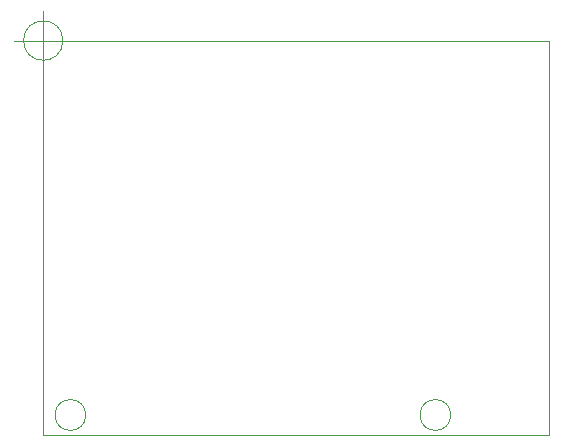
<source format=gm1>
G04 #@! TF.GenerationSoftware,KiCad,Pcbnew,(5.1.8)-1*
G04 #@! TF.CreationDate,2021-10-08T14:04:12+02:00*
G04 #@! TF.ProjectId,EMS_stimulator,454d535f-7374-4696-9d75-6c61746f722e,rev?*
G04 #@! TF.SameCoordinates,PX57bcf00PY4755b80*
G04 #@! TF.FileFunction,Profile,NP*
%FSLAX46Y46*%
G04 Gerber Fmt 4.6, Leading zero omitted, Abs format (unit mm)*
G04 Created by KiCad (PCBNEW (5.1.8)-1) date 2021-10-08 14:04:12*
%MOMM*%
%LPD*%
G01*
G04 APERTURE LIST*
G04 #@! TA.AperFunction,Profile*
%ADD10C,0.050000*%
G04 #@! TD*
G04 APERTURE END LIST*
D10*
X3603840Y-31700000D02*
G75*
G03*
X3603840Y-31700000I-1303840J0D01*
G01*
X1666666Y0D02*
G75*
G03*
X1666666Y0I-1666666J0D01*
G01*
X-2500000Y0D02*
X2500000Y0D01*
X0Y2500000D02*
X0Y-2500000D01*
X34503840Y-31700000D02*
G75*
G03*
X34503840Y-31700000I-1303840J0D01*
G01*
X42800000Y0D02*
X23200000Y0D01*
X42800000Y-33400000D02*
X42800000Y0D01*
X0Y-33400000D02*
X42800000Y-33400000D01*
X0Y0D02*
X0Y-33400000D01*
X23200000Y0D02*
X0Y0D01*
M02*

</source>
